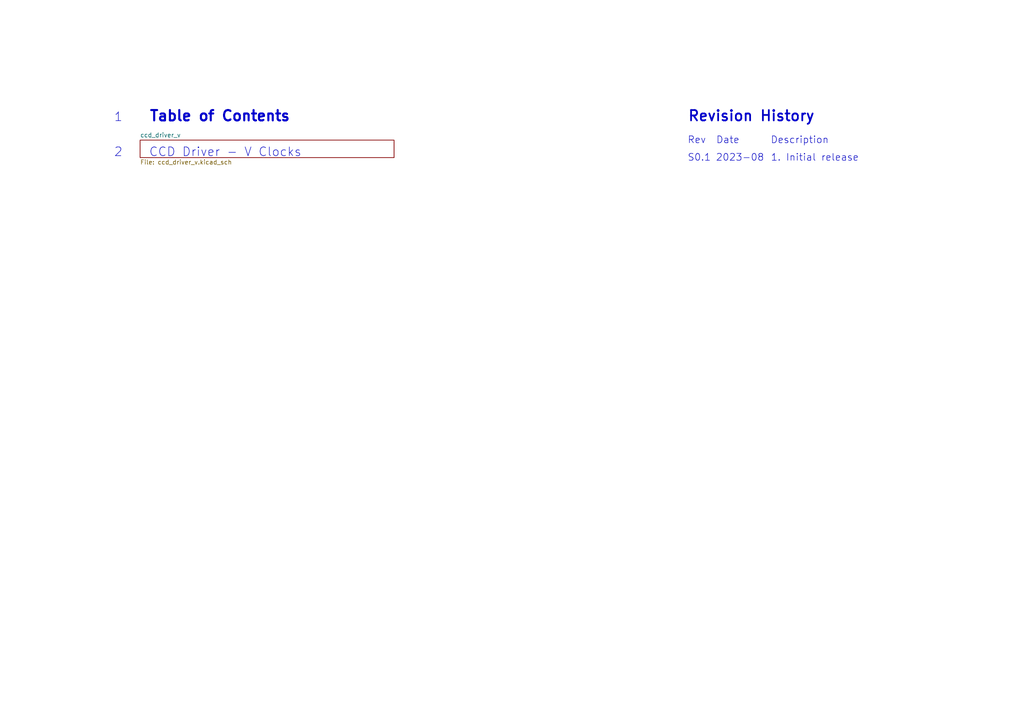
<source format=kicad_sch>
(kicad_sch (version 20230121) (generator eeschema)
  (paper "A4")
  (title_block (title "Sitina 1 CCD V Clock Driver Patch Board") (date "2023-08-22") (rev "R0.6") (company "Copyright 2023 Anhang Li") (comment 2 "MERCHANTABILITY, SATISFACTORY QUALITY AND FITNESS FOR A PARTICULAR PURPOSE.") (comment 3 "This source is distributed WITHOUT ANY EXPRESS OR IMPLIED WARRANTY, INCLUDING OF") (comment 4 "This source describes Open Hardware and is licensed under the CERN-OHL-P v2."))
  (lib_symbols)
  (text "CCD Driver - V Clocks" (at 43.18 45.72 0) (effects (font (size 2.54 2.54)) (justify left bottom)))
  (text "Table of Contents" (at 43.18 35.56 0) (effects (font (size 2.9972 2.9972) (thickness 0.5994) bold) (justify left bottom)))
  (text "1" (at 33.02 35.56 0) (effects (font (size 2.54 2.54)) (justify left bottom)))
  (text "Rev  Date      Description " (at 199.39 41.91 0) (effects (font (size 2 2)) (justify left bottom)))
  (text "2" (at 33.02 45.72 0) (effects (font (size 2.54 2.54)) (justify left bottom)))
  (text "Revision History" (at 199.39 35.56 0) (effects (font (size 2.9972 2.9972) (thickness 0.508) bold) (justify left bottom)))
  (text "S0.1 2023-08" (at 199.39 46.99 0) (effects (font (size 2 2)) (justify left bottom)))
  (text "1. Initial release" (at 223.52 46.99 0) (effects (font (size 2 2)) (justify left bottom)))
  (sheet (at 40.64 40.64) (size 73.66 5.08) (stroke (width 0.1524))
    (property "Sheetname" "ccd_driver_v" (at 40.64 39.9284 0) (effects (justify left bottom)))
    (property "Sheetfile" "ccd_driver_v.kicad_sch" (at 40.64 46.3046 0) (effects (justify left top)))
  )
)
</source>
